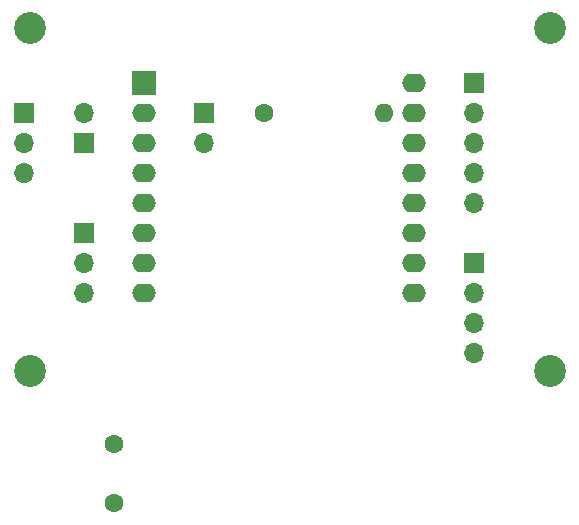
<source format=gbr>
%TF.GenerationSoftware,KiCad,Pcbnew,5.1.9*%
%TF.CreationDate,2021-02-13T11:33:13+01:00*%
%TF.ProjectId,airsmiley,61697273-6d69-46c6-9579-2e6b69636164,v1*%
%TF.SameCoordinates,Original*%
%TF.FileFunction,Soldermask,Bot*%
%TF.FilePolarity,Negative*%
%FSLAX46Y46*%
G04 Gerber Fmt 4.6, Leading zero omitted, Abs format (unit mm)*
G04 Created by KiCad (PCBNEW 5.1.9) date 2021-02-13 11:33:13*
%MOMM*%
%LPD*%
G01*
G04 APERTURE LIST*
%ADD10O,1.700000X1.700000*%
%ADD11R,1.700000X1.700000*%
%ADD12O,1.600000X1.600000*%
%ADD13C,1.600000*%
%ADD14C,2.700000*%
%ADD15O,2.000000X1.600000*%
%ADD16R,2.000000X2.000000*%
G04 APERTURE END LIST*
D10*
%TO.C,J_RST_1*%
X129540000Y-76200000D03*
D11*
X129540000Y-78740000D03*
%TD*%
D12*
%TO.C,R1*%
X154940000Y-76200000D03*
D13*
X144780000Y-76200000D03*
%TD*%
%TO.C,C1*%
X132080000Y-104220000D03*
X132080000Y-109220000D03*
%TD*%
D14*
%TO.C,H4*%
X169000000Y-69000000D03*
%TD*%
%TO.C,H3*%
X125000000Y-69000000D03*
%TD*%
%TO.C,H2*%
X169000000Y-98000000D03*
%TD*%
%TO.C,H1*%
X125000000Y-98000000D03*
%TD*%
D10*
%TO.C,J_WS2812B_1*%
X124460000Y-81280000D03*
X124460000Y-78740000D03*
D11*
X124460000Y-76200000D03*
%TD*%
D10*
%TO.C,J_OLED_1*%
X162560000Y-96520000D03*
X162560000Y-93980000D03*
X162560000Y-91440000D03*
D11*
X162560000Y-88900000D03*
%TD*%
D10*
%TO.C,J_DHT22*%
X129540000Y-91440000D03*
X129540000Y-88900000D03*
D11*
X129540000Y-86360000D03*
%TD*%
D10*
%TO.C,J1*%
X139700000Y-78740000D03*
D11*
X139700000Y-76200000D03*
%TD*%
D10*
%TO.C,J_CCS811*%
X162560000Y-83820000D03*
X162560000Y-81280000D03*
X162560000Y-78740000D03*
X162560000Y-76200000D03*
D11*
X162560000Y-73660000D03*
%TD*%
D15*
%TO.C,U1*%
X157480000Y-73660000D03*
X157480000Y-76200000D03*
X157480000Y-78740000D03*
X157480000Y-81280000D03*
X157480000Y-83820000D03*
X157480000Y-86360000D03*
X157480000Y-88900000D03*
X157480000Y-91440000D03*
X134620000Y-91440000D03*
X134620000Y-88900000D03*
X134620000Y-86360000D03*
X134620000Y-83820000D03*
X134620000Y-81280000D03*
X134620000Y-78740000D03*
D16*
X134620000Y-73660000D03*
D15*
X134620000Y-76200000D03*
%TD*%
M02*

</source>
